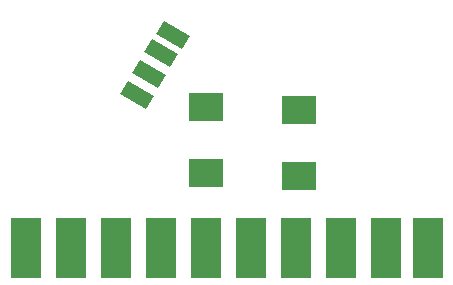
<source format=gbp>
G04 EAGLE Gerber RS-274X export*
G75*
%MOMM*%
%FSLAX34Y34*%
%LPD*%
%INBottom Paste*%
%IPPOS*%
%AMOC8*
5,1,8,0,0,1.08239X$1,22.5*%
G01*
%ADD10R,2.540000X5.080000*%
%ADD11R,1.270000X2.540000*%
%ADD12R,2.900000X2.400000*%


D10*
X15240Y15240D03*
X53340Y15240D03*
X91440Y15240D03*
X129540Y15240D03*
X167640Y15240D03*
X205740Y15240D03*
X243840Y15240D03*
X281940Y15240D03*
X320040Y15240D03*
X355600Y15240D03*
D11*
G36*
X95047Y145630D02*
X101397Y156629D01*
X123393Y143930D01*
X117043Y132931D01*
X95047Y145630D01*
G37*
G36*
X105207Y163410D02*
X111557Y174409D01*
X133553Y161710D01*
X127203Y150711D01*
X105207Y163410D01*
G37*
G36*
X115367Y181190D02*
X121717Y192189D01*
X143713Y179490D01*
X137363Y168491D01*
X115367Y181190D01*
G37*
G36*
X125527Y196430D02*
X131877Y207429D01*
X153873Y194730D01*
X147523Y183731D01*
X125527Y196430D01*
G37*
D12*
X167640Y134620D03*
X167640Y79120D03*
X246380Y132080D03*
X246380Y76580D03*
M02*

</source>
